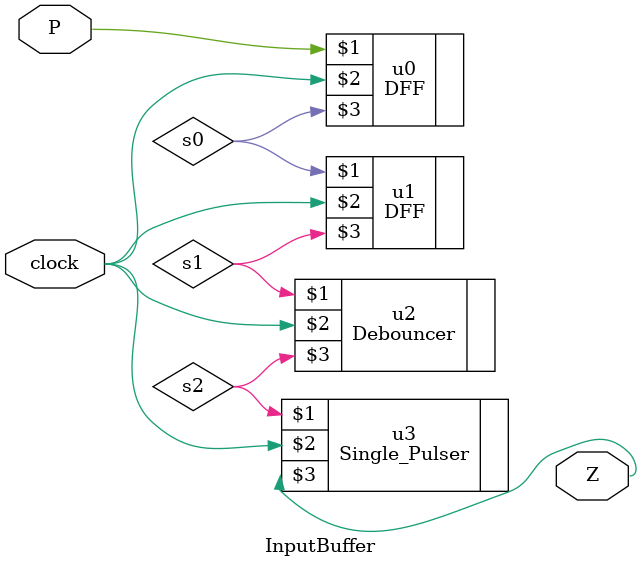
<source format=v>
`timescale 1ns / 1ps


module InputBuffer(
    input wire P,
    input wire clock,
    output wire Z
    );
    wire s0,s1,s2;
    DFF u0(P,clock,s0);
    DFF u1(s0,clock,s1);
    Debouncer u2(s1,clock,s2);
    Single_Pulser u3(s2,clock,Z);
endmodule

</source>
